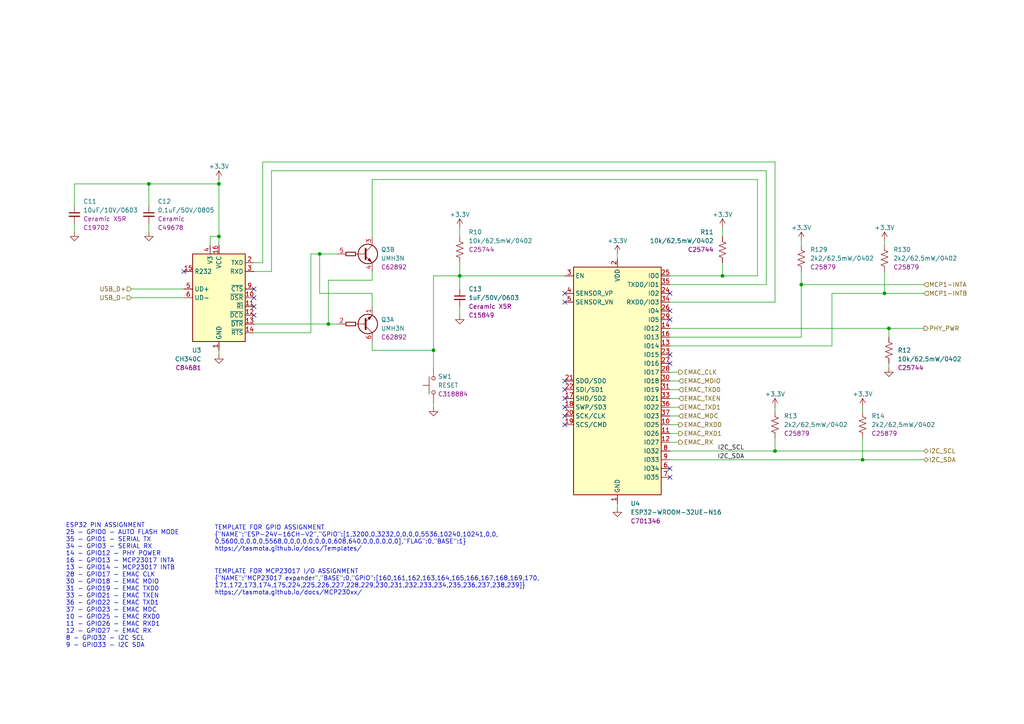
<source format=kicad_sch>
(kicad_sch (version 20231120) (generator "eeschema") (generator_version "8.0")
  (paper "A4")
  (title_block (title "ESP 16x 24VDC Input 16x 24VDC Output Module") (date "2023-05-05") (rev "V2"))
  (lib_symbols
    (symbol "Device:C_Small" (pin_numbers hide) (pin_names (offset 0.254) hide)
      (property "Reference" "C" (at 0.254 1.778 0))
      (property "Value" "C_Small" (at 0.254 -2.032 0))
      (symbol "C_Small_0_1"
        (polyline (pts (xy -1.524 -0.508) (xy 1.524 -0.508)) (stroke (width 0.3302)))
        (polyline (pts (xy -1.524 0.508) (xy 1.524 0.508)) (stroke (width 0.3048)))
      )
      (symbol "C_Small_1_1"
        (pin passive line (at 0 2.54 270) (length 2.032) (name "~") (number "1"))
        (pin passive line (at 0 -2.54 90) (length 2.032) (name "~") (number "2"))
      )
    )
    (symbol "Device:R_US" (pin_numbers hide) (pin_names (offset 0))
      (property "Reference" "R" (at 2.54 0 90))
      (property "Value" "R_US" (at -2.54 0 90))
      (symbol "R_US_0_1"
        (polyline (pts (xy 0 -2.286) (xy 0 -2.54)))
        (polyline (pts (xy 0 2.286) (xy 0 2.54)))
        (polyline (pts (xy 0 -0.762) (xy 1.016 -1.143) (xy 0 -1.524) (xy -1.016 -1.905) (xy 0 -2.286)))
        (polyline (pts (xy 0 0.762) (xy 1.016 0.381) (xy 0 0) (xy -1.016 -0.381) (xy 0 -0.762)))
        (polyline (pts (xy 0 2.286) (xy 1.016 1.905) (xy 0 1.524) (xy -1.016 1.143) (xy 0 0.762)))
      )
      (symbol "R_US_1_1"
        (pin passive line (at 0 3.81 270) (length 1.27) (name "~") (number "1"))
        (pin passive line (at 0 -3.81 90) (length 1.27) (name "~") (number "2"))
      )
    )
    (symbol "Interface_USB:CH340C"
      (property "Reference" "U" (at -5.08 13.97 0))
      (property "Value" "CH340C" (at 1.27 13.97 0))
      (symbol "CH340C_0_1"
        (rectangle (start -7.62 12.7) (end 7.62 -12.7) (stroke (width 0.254)) (fill (type background)))
      )
      (symbol "CH340C_1_1"
        (pin power_in line (at 0 -15.24 90) (length 2.54) (name "GND") (number "1"))
        (pin input line (at 10.16 0 180) (length 2.54) (name "~{DSR}") (number "10"))
        (pin input line (at 10.16 -2.54 180) (length 2.54) (name "~{RI}") (number "11"))
        (pin input line (at 10.16 -5.08 180) (length 2.54) (name "~{DCD}") (number "12"))
        (pin output line (at 10.16 -7.62 180) (length 2.54) (name "~{DTR}") (number "13"))
        (pin output line (at 10.16 -10.16 180) (length 2.54) (name "~{RTS}") (number "14"))
        (pin input line (at -10.16 7.62 0) (length 2.54) (name "R232") (number "15"))
        (pin power_in line (at 0 15.24 270) (length 2.54) (name "VCC") (number "16"))
        (pin output line (at 10.16 10.16 180) (length 2.54) (name "TXD") (number "2"))
        (pin input line (at 10.16 7.62 180) (length 2.54) (name "RXD") (number "3"))
        (pin passive line (at -2.54 15.24 270) (length 2.54) (name "V3") (number "4"))
        (pin bidirectional line (at -10.16 2.54 0) (length 2.54) (name "UD+") (number "5"))
        (pin bidirectional line (at -10.16 0 0) (length 2.54) (name "UD-") (number "6"))
        (pin no_connect line (at -7.62 -7.62 0) (length 2.54) hide (name "NC") (number "7"))
        (pin no_connect line (at -7.62 -10.16 0) (length 2.54) hide (name "NC") (number "8"))
        (pin input line (at 10.16 2.54 180) (length 2.54) (name "~{CTS}") (number "9"))
      )
    )
    (symbol "RF_Module:ESP32-WROOM-32U"
      (property "Reference" "U" (at -12.7 34.29 0))
      (property "Value" "ESP32-WROOM-32U" (at 1.27 34.29 0))
      (symbol "ESP32-WROOM-32U_0_1"
        (rectangle (start -12.7 33.02) (end 12.7 -33.02) (stroke (width 0.254)) (fill (type background)))
      )
      (symbol "ESP32-WROOM-32U_1_1"
        (pin power_in line (at 0 -35.56 90) (length 2.54) (name "GND") (number "1"))
        (pin bidirectional line (at 15.24 -12.7 180) (length 2.54) (name "IO25") (number "10"))
        (pin bidirectional line (at 15.24 -15.24 180) (length 2.54) (name "IO26") (number "11"))
        (pin bidirectional line (at 15.24 -17.78 180) (length 2.54) (name "IO27") (number "12"))
        (pin bidirectional line (at 15.24 10.16 180) (length 2.54) (name "IO14") (number "13"))
        (pin bidirectional line (at 15.24 15.24 180) (length 2.54) (name "IO12") (number "14"))
        (pin passive line (at 0 -35.56 90) (length 2.54) hide (name "GND") (number "15"))
        (pin bidirectional line (at 15.24 12.7 180) (length 2.54) (name "IO13") (number "16"))
        (pin bidirectional line (at -15.24 -5.08 0) (length 2.54) (name "SHD/SD2") (number "17"))
        (pin bidirectional line (at -15.24 -7.62 0) (length 2.54) (name "SWP/SD3") (number "18"))
        (pin bidirectional line (at -15.24 -12.7 0) (length 2.54) (name "SCS/CMD") (number "19"))
        (pin power_in line (at 0 35.56 270) (length 2.54) (name "VDD") (number "2"))
        (pin bidirectional line (at -15.24 -10.16 0) (length 2.54) (name "SCK/CLK") (number "20"))
        (pin bidirectional line (at -15.24 0 0) (length 2.54) (name "SDO/SD0") (number "21"))
        (pin bidirectional line (at -15.24 -2.54 0) (length 2.54) (name "SDI/SD1") (number "22"))
        (pin bidirectional line (at 15.24 7.62 180) (length 2.54) (name "IO15") (number "23"))
        (pin bidirectional line (at 15.24 25.4 180) (length 2.54) (name "IO2") (number "24"))
        (pin bidirectional line (at 15.24 30.48 180) (length 2.54) (name "IO0") (number "25"))
        (pin bidirectional line (at 15.24 20.32 180) (length 2.54) (name "IO4") (number "26"))
        (pin bidirectional line (at 15.24 5.08 180) (length 2.54) (name "IO16") (number "27"))
        (pin bidirectional line (at 15.24 2.54 180) (length 2.54) (name "IO17") (number "28"))
        (pin bidirectional line (at 15.24 17.78 180) (length 2.54) (name "IO5") (number "29"))
        (pin input line (at -15.24 30.48 0) (length 2.54) (name "EN") (number "3"))
        (pin bidirectional line (at 15.24 0 180) (length 2.54) (name "IO18") (number "30"))
        (pin bidirectional line (at 15.24 -2.54 180) (length 2.54) (name "IO19") (number "31"))
        (pin no_connect line (at -12.7 -27.94 0) (length 2.54) hide (name "NC") (number "32"))
        (pin bidirectional line (at 15.24 -5.08 180) (length 2.54) (name "IO21") (number "33"))
        (pin bidirectional line (at 15.24 22.86 180) (length 2.54) (name "RXD0/IO3") (number "34"))
        (pin bidirectional line (at 15.24 27.94 180) (length 2.54) (name "TXD0/IO1") (number "35"))
        (pin bidirectional line (at 15.24 -7.62 180) (length 2.54) (name "IO22") (number "36"))
        (pin bidirectional line (at 15.24 -10.16 180) (length 2.54) (name "IO23") (number "37"))
        (pin passive line (at 0 -35.56 90) (length 2.54) hide (name "GND") (number "38"))
        (pin passive line (at 0 -35.56 90) (length 2.54) hide (name "GND") (number "39"))
        (pin input line (at -15.24 25.4 0) (length 2.54) (name "SENSOR_VP") (number "4"))
        (pin input line (at -15.24 22.86 0) (length 2.54) (name "SENSOR_VN") (number "5"))
        (pin input line (at 15.24 -25.4 180) (length 2.54) (name "IO34") (number "6"))
        (pin input line (at 15.24 -27.94 180) (length 2.54) (name "IO35") (number "7"))
        (pin bidirectional line (at 15.24 -20.32 180) (length 2.54) (name "IO32") (number "8"))
        (pin bidirectional line (at 15.24 -22.86 180) (length 2.54) (name "IO33") (number "9"))
      )
    )
    (symbol "Switch:SW_Push" (pin_numbers hide) (pin_names (offset 1.016) hide)
      (property "Reference" "SW" (at 1.27 2.54 0))
      (property "Value" "SW_Push" (at 0 -1.524 0))
      (symbol "SW_Push_0_1"
        (circle (center -2.032 0) (radius 0.508))
        (polyline (pts (xy 0 1.27) (xy 0 3.048)))
        (polyline (pts (xy 2.54 1.27) (xy -2.54 1.27)))
        (circle (center 2.032 0) (radius 0.508))
        (pin passive line (at -5.08 0 0) (length 2.54) (name "1") (number "1"))
        (pin passive line (at 5.08 0 180) (length 2.54) (name "2") (number "2"))
      )
    )
    (symbol "Tales:+3.3V" (power) (pin_names (offset 0))
      (property "Value" "+3.3V" (at 0 3.556 0))
      (symbol "+3.3V_0_1"
        (polyline (pts (xy -0.762 1.27) (xy 0 2.54)))
        (polyline (pts (xy 0 0) (xy 0 2.54)))
        (polyline (pts (xy 0 2.54) (xy 0.762 1.27)))
      )
      (symbol "+3.3V_1_1"
        (pin power_in line (at 0 0 90) (length 0) hide (name "+3.3V") (number "1"))
      )
    )
    (symbol "Transistor_BJT:UMH3N" (pin_names hide)
      (property "Reference" "Q" (at 7.62 1.27 0))
      (property "Value" "UMH3N" (at 7.62 -1.27 0))
      (symbol "UMH3N_0_1"
        (polyline (pts (xy 3.175 0) (xy 0.254 0)))
        (polyline (pts (xy 3.175 0.635) (xy 5.08 2.54)))
        (polyline (pts (xy 3.175 1.524) (xy 3.175 -1.524)) (stroke (width 0.508)))
        (polyline (pts (xy 3.175 -0.635) (xy 5.08 -2.54) (xy 5.08 -2.54)))
        (polyline (pts (xy 3.81 -1.778) (xy 4.318 -1.27) (xy 4.826 -2.286) (xy 3.81 -1.778) (xy 3.81 -1.778)) (fill (type outline)))
        (rectangle (start 0.254 0.508) (end -2.54 -0.508) (stroke (width 0.254)))
        (circle (center 3.81 0) (radius 2.8194) (stroke (width 0.254)))
      )
      (symbol "UMH3N_1_1"
        (pin passive line (at 5.08 -5.08 90) (length 2.54) (name "E1") (number "1"))
        (pin input line (at -5.08 0 0) (length 2.54) (name "B1") (number "2"))
        (pin passive line (at 5.08 5.08 270) (length 2.54) (name "C1") (number "6"))
      )
      (symbol "UMH3N_2_1"
        (pin passive line (at 5.08 5.08 270) (length 2.54) (name "C2") (number "3"))
        (pin passive line (at 5.08 -5.08 90) (length 2.54) (name "E2") (number "4"))
        (pin input line (at -5.08 0 0) (length 2.54) (name "B2") (number "5"))
      )
    )
    (symbol "power:+3.3V" (power) (pin_names (offset 0))
      (property "Value" "+3.3V" (at 0 3.556 0))
      (symbol "+3.3V_0_1"
        (polyline (pts (xy -0.762 1.27) (xy 0 2.54)))
        (polyline (pts (xy 0 0) (xy 0 2.54)))
        (polyline (pts (xy 0 2.54) (xy 0.762 1.27)))
      )
      (symbol "+3.3V_1_1"
        (pin power_in line (at 0 0 90) (length 0) hide (name "+3.3V") (number "1"))
      )
    )
    (symbol "power:GND" (power) (pin_names (offset 0))
      (property "Value" "GND" (at 0 -3.81 0))
      (symbol "GND_0_1"
        (polyline (pts (xy 0 0) (xy 0 -1.27) (xy 1.27 -1.27) (xy 0 -2.54) (xy -1.27 -1.27) (xy 0 -1.27)))
      )
      (symbol "GND_1_1"
        (pin power_in line (at 0 0 270) (length 0) hide (name "GND") (number "1"))
      )
    )
  )
  (junction (at 63.5 53.34))
  (junction (at 125.73 101.6))
  (junction (at 133.35 80.01))
  (junction (at 43.18 53.34))
  (junction (at 250.19 133.35))
  (junction (at 256.54 85.09))
  (junction (at 209.55 80.01))
  (junction (at 224.79 130.81))
  (junction (at 92.71 73.66))
  (junction (at 63.5 68.58))
  (junction (at 232.41 82.55))
  (junction (at 257.81 95.25))
  (junction (at 95.25 93.98))
  (no_connect (at 163.83 87.63))
  (no_connect (at 163.83 123.19))
  (no_connect (at 194.31 85.09))
  (no_connect (at 73.66 86.36))
  (no_connect (at 194.31 92.71))
  (no_connect (at 163.83 110.49))
  (no_connect (at 73.66 91.44))
  (no_connect (at 163.83 85.09))
  (no_connect (at 53.34 78.74))
  (no_connect (at 163.83 115.57))
  (no_connect (at 163.83 118.11))
  (no_connect (at 73.66 88.9))
  (no_connect (at 194.31 135.89))
  (no_connect (at 73.66 83.82))
  (no_connect (at 194.31 105.41))
  (no_connect (at 163.83 120.65))
  (no_connect (at 194.31 90.17))
  (no_connect (at 194.31 138.43))
  (no_connect (at 194.31 102.87))
  (no_connect (at 163.83 113.03))
  (wire (pts (xy 133.35 88.9) (xy 133.35 91.44)))
  (wire (pts (xy 133.35 76.2) (xy 133.35 80.01)))
  (wire (pts (xy 194.31 118.11) (xy 196.85 118.11)))
  (wire (pts (xy 21.59 64.77) (xy 21.59 67.31)))
  (wire (pts (xy 63.5 101.6) (xy 63.5 102.87)))
  (wire (pts (xy 90.17 96.52) (xy 90.17 73.66)))
  (wire (pts (xy 194.31 123.19) (xy 196.85 123.19)))
  (wire (pts (xy 38.1 86.36) (xy 53.34 86.36)))
  (wire (pts (xy 256.54 85.09) (xy 267.97 85.09)))
  (wire (pts (xy 232.41 69.85) (xy 232.41 71.12)))
  (wire (pts (xy 107.95 52.07) (xy 219.71 52.07)))
  (wire (pts (xy 256.54 69.85) (xy 256.54 71.12)))
  (wire (pts (xy 194.31 80.01) (xy 209.55 80.01)))
  (wire (pts (xy 125.73 101.6) (xy 125.73 80.01)))
  (wire (pts (xy 133.35 66.04) (xy 133.35 68.58)))
  (wire (pts (xy 194.31 128.27) (xy 196.85 128.27)))
  (wire (pts (xy 256.54 78.74) (xy 256.54 85.09)))
  (wire (pts (xy 194.31 120.65) (xy 196.85 120.65)))
  (wire (pts (xy 194.31 110.49) (xy 196.85 110.49)))
  (wire (pts (xy 232.41 82.55) (xy 267.97 82.55)))
  (wire (pts (xy 224.79 118.11) (xy 224.79 119.38)))
  (wire (pts (xy 194.31 115.57) (xy 196.85 115.57)))
  (wire (pts (xy 38.1 83.82) (xy 53.34 83.82)))
  (wire (pts (xy 63.5 53.34) (xy 63.5 68.58)))
  (wire (pts (xy 194.31 95.25) (xy 257.81 95.25)))
  (wire (pts (xy 63.5 68.58) (xy 63.5 71.12)))
  (wire (pts (xy 179.07 73.66) (xy 179.07 74.93)))
  (wire (pts (xy 241.3 85.09) (xy 256.54 85.09)))
  (wire (pts (xy 73.66 78.74) (xy 78.74 78.74)))
  (wire (pts (xy 257.81 95.25) (xy 267.97 95.25)))
  (wire (pts (xy 92.71 73.66) (xy 97.79 73.66)))
  (wire (pts (xy 78.74 49.53) (xy 78.74 78.74)))
  (wire (pts (xy 222.25 49.53) (xy 222.25 82.55)))
  (wire (pts (xy 43.18 53.34) (xy 63.5 53.34)))
  (wire (pts (xy 107.95 68.58) (xy 107.95 52.07)))
  (wire (pts (xy 179.07 146.05) (xy 179.07 147.32)))
  (wire (pts (xy 73.66 76.2) (xy 76.2 76.2)))
  (wire (pts (xy 194.31 107.95) (xy 196.85 107.95)))
  (wire (pts (xy 194.31 97.79) (xy 232.41 97.79)))
  (wire (pts (xy 232.41 78.74) (xy 232.41 82.55)))
  (wire (pts (xy 76.2 46.99) (xy 224.79 46.99)))
  (wire (pts (xy 92.71 73.66) (xy 92.71 85.09)))
  (wire (pts (xy 43.18 64.77) (xy 43.18 67.31)))
  (wire (pts (xy 209.55 76.2) (xy 209.55 80.01)))
  (wire (pts (xy 133.35 80.01) (xy 163.83 80.01)))
  (wire (pts (xy 241.3 100.33) (xy 241.3 85.09)))
  (wire (pts (xy 90.17 73.66) (xy 92.71 73.66)))
  (wire (pts (xy 232.41 97.79) (xy 232.41 82.55)))
  (wire (pts (xy 21.59 59.69) (xy 21.59 53.34)))
  (wire (pts (xy 73.66 93.98) (xy 95.25 93.98)))
  (wire (pts (xy 43.18 53.34) (xy 43.18 59.69)))
  (wire (pts (xy 222.25 82.55) (xy 194.31 82.55)))
  (wire (pts (xy 95.25 81.28) (xy 95.25 93.98)))
  (wire (pts (xy 107.95 81.28) (xy 95.25 81.28)))
  (wire (pts (xy 257.81 105.41) (xy 257.81 106.68)))
  (wire (pts (xy 63.5 52.07) (xy 63.5 53.34)))
  (wire (pts (xy 257.81 95.25) (xy 257.81 97.79)))
  (wire (pts (xy 224.79 87.63) (xy 194.31 87.63)))
  (wire (pts (xy 107.95 85.09) (xy 92.71 85.09)))
  (wire (pts (xy 194.31 100.33) (xy 241.3 100.33)))
  (wire (pts (xy 194.31 133.35) (xy 250.19 133.35)))
  (wire (pts (xy 21.59 53.34) (xy 43.18 53.34)))
  (wire (pts (xy 60.96 71.12) (xy 60.96 68.58)))
  (wire (pts (xy 194.31 130.81) (xy 224.79 130.81)))
  (wire (pts (xy 107.95 99.06) (xy 107.95 101.6)))
  (wire (pts (xy 76.2 76.2) (xy 76.2 46.99)))
  (wire (pts (xy 224.79 130.81) (xy 267.97 130.81)))
  (wire (pts (xy 250.19 118.11) (xy 250.19 119.38)))
  (wire (pts (xy 194.31 113.03) (xy 196.85 113.03)))
  (wire (pts (xy 133.35 80.01) (xy 133.35 83.82)))
  (wire (pts (xy 219.71 52.07) (xy 219.71 80.01)))
  (wire (pts (xy 224.79 46.99) (xy 224.79 87.63)))
  (wire (pts (xy 209.55 80.01) (xy 219.71 80.01)))
  (wire (pts (xy 250.19 127) (xy 250.19 133.35)))
  (wire (pts (xy 107.95 88.9) (xy 107.95 85.09)))
  (wire (pts (xy 194.31 125.73) (xy 196.85 125.73)))
  (wire (pts (xy 209.55 66.04) (xy 209.55 68.58)))
  (wire (pts (xy 107.95 101.6) (xy 125.73 101.6)))
  (wire (pts (xy 73.66 96.52) (xy 90.17 96.52)))
  (wire (pts (xy 125.73 116.84) (xy 125.73 118.11)))
  (wire (pts (xy 107.95 78.74) (xy 107.95 81.28)))
  (wire (pts (xy 125.73 80.01) (xy 133.35 80.01)))
  (wire (pts (xy 224.79 127) (xy 224.79 130.81)))
  (wire (pts (xy 78.74 49.53) (xy 222.25 49.53)))
  (wire (pts (xy 95.25 93.98) (xy 97.79 93.98)))
  (wire (pts (xy 125.73 101.6) (xy 125.73 106.68)))
  (wire (pts (xy 60.96 68.58) (xy 63.5 68.58)))
  (wire (pts (xy 250.19 133.35) (xy 267.97 133.35)))
  (text "ESP32 PIN ASSIGNMENT\n25 - GPIO0 - AUTO FLASH MODE\n35 - GPIO1 - SERIAL TX\n34 - GPIO3 - SERIAL RX\n14 - GPIO12 - PHY POWER\n16 - GPIO13 - MCP23017 INTA\n13 - GPIO14 - MCP23017 INTB\n28 - GPIO17 - EMAC CLK\n30 - GPIO18 - EMAC MDIO\n31 - GPIO19 - EMAC TXD0\n33 - GPIO21 - EMAC TXEN\n36 - GPIO22 - EMAC TXD1\n37 - GPIO23 - EMAC MDC\n10 - GPIO25 - EMAC RXD0\n11 - GPIO26 - EMAC RXD1\n12 - GPIO27 - EMAC RX\n8 - GPIO32 - I2C SCL\n9 - GPIO33 - I2C SDA" (at 19.05 187.96 0) (effects (font (size 1.27 1.27)) (justify left bottom)))
  (text "TEMPLATE FOR GPIO ASSIGNMENT\n{\"NAME\":\"ESP-24V-16CH-V2\",\"GPIO\":[1,3200,0,3232,0,0,0,0,5536,10240,10241,0,0,\n0,5600,0,0,0,0,5568,0,0,0,0,0,0,0,0,608,640,0,0,0,0,0,0],\"FLAG\":0,\"BASE\":1}\nhttps://tasmota.github.io/docs/Templates/" (at 62.23 160.02 0) (effects (font (size 1.27 1.27)) (justify left bottom)))
  (text "TEMPLATE FOR MCP23017 I/O ASSIGNMENT\n{\"NAME\":\"MCP23017 expander\",\"BASE\":0,\"GPIO\":[160,161,162,163,164,165,166,167,168,169,170,\n171,172,173,174,175,224,225,226,227,228,229,230,231,232,233,234,235,236,237,238,239]}\nhttps://tasmota.github.io/docs/MCP230xx/" (at 62.23 172.72 0) (effects (font (size 1.27 1.27)) (justify left bottom)))
  (label "I2C_SCL" (at 215.9 130.81 180))
  (label "I2C_SDA" (at 215.9 133.35 180))
  (hierarchical_label "PHY_PWR" (shape output) (at 267.97 95.25 0))
  (hierarchical_label "EMAC_MDIO" (shape input) (at 196.85 110.49 0))
  (hierarchical_label "EMAC_TXD1" (shape input) (at 196.85 118.11 0))
  (hierarchical_label "EMAC_RX" (shape output) (at 196.85 128.27 0))
  (hierarchical_label "EMAC_CLK" (shape output) (at 196.85 107.95 0))
  (hierarchical_label "EMAC_RXD1" (shape output) (at 196.85 125.73 0))
  (hierarchical_label "I2C_SDA" (shape bidirectional) (at 267.97 133.35 0))
  (hierarchical_label "EMAC_TXEN" (shape input) (at 196.85 115.57 0))
  (hierarchical_label "EMAC_RXD0" (shape output) (at 196.85 123.19 0))
  (hierarchical_label "MCP1-INTA" (shape input) (at 267.97 82.55 0))
  (hierarchical_label "EMAC_TXD0" (shape input) (at 196.85 113.03 0))
  (hierarchical_label "EMAC_MDC" (shape input) (at 196.85 120.65 0))
  (hierarchical_label "I2C_SCL" (shape bidirectional) (at 267.97 130.81 0))
  (hierarchical_label "USB_D+" (shape input) (at 38.1 83.82 180))
  (hierarchical_label "MCP1-INTB" (shape input) (at 267.97 85.09 0))
  (hierarchical_label "USB_D-" (shape input) (at 38.1 86.36 180))
  (symbol (lib_id "power:+3.3V") (at 250.19 118.11 0) (unit 1)
    (property "Reference" "#PWR035" (effects (hide yes)))
    (property "Value" "+3.3V" (at 250.19 114.3 0))
  )
  (symbol (lib_id "Device:C_Small") (at 133.35 86.36 0) (unit 1)
    (property "Reference" "C13" (at 135.89 83.8262 0) (effects (justify left)))
    (property "Value" "1uF/50V/0603" (at 135.89 86.3662 0) (effects (justify left)))
    (property "Footprint" "Tales:C_0603_1608Metric" (effects (hide yes)))
    (property "Case" "0603/1608" (effects (hide yes)))
    (property "JLCPCB BOM" "1" (effects (hide yes)))
    (property "LCSC Part #" "C15849" (at 135.89 91.44 0) (effects (justify left)))
    (property "Mfr" "Samsung" (effects (hide yes)))
    (property "Mfr PN" "CL10A105KB8NNNC" (effects (hide yes)))
    (property "Technology" "Ceramic X5R" (at 135.89 88.9 0) (effects (justify left)))
    (property "Vendor" "JLCPCB" (effects (hide yes)))
    (property "Vendor PN" "C15849" (effects (hide yes)))
  )
  (symbol (lib_id "Device:R_US") (at 209.55 72.39 0) (unit 1)
    (property "Reference" "R11" (at 207.01 67.31 0) (effects (justify right)))
    (property "Value" "10k/62,5mW/0402" (at 207.01 69.85 0) (effects (justify right)))
    (property "Footprint" "Tales:R_0402_1005Metric" (effects (hide yes)))
    (property "Case" "0402/1005" (effects (hide yes)))
    (property "Mfr" "Uniroyal" (effects (hide yes)))
    (property "Vendor" "JLCPCB" (effects (hide yes)))
    (property "Mfr PN" "0402WGF1002TCE" (effects (hide yes)))
    (property "Vendor PN" "C25744" (effects (hide yes)))
    (property "LCSC Part #" "C25744" (at 207.01 72.39 0) (effects (justify right)))
    (property "JLCPCB BOM" "1" (effects (hide yes)))
  )
  (symbol (lib_id "power:GND") (at 43.18 67.31 0) (unit 1)
    (property "Reference" "#PWR024" (effects (hide yes)))
    (property "Value" "GND" (effects (hide yes)))
  )
  (symbol (lib_id "Device:R_US") (at 256.54 74.93 0) (unit 1)
    (property "Reference" "R130" (at 259.08 72.39 0) (effects (justify left)))
    (property "Value" "2k2/62,5mW/0402" (at 259.08 74.93 0) (effects (justify left)))
    (property "Footprint" "Tales:R_0402_1005Metric" (effects (hide yes)))
    (property "Case" "0402/1005" (effects (hide yes)))
    (property "Mfr" "Uniroyal" (effects (hide yes)))
    (property "Vendor" "JLCPCB" (effects (hide yes)))
    (property "Mfr PN" "0402WGF2201TCE" (effects (hide yes)))
    (property "Vendor PN" "C25879" (effects (hide yes)))
    (property "LCSC Part #" "C25879" (at 259.08 77.47 0) (effects (justify left)))
    (property "JLCPCB BOM" "1" (effects (hide yes)))
  )
  (symbol (lib_id "Transistor_BJT:UMH3N") (at 102.87 73.66 0) (unit 2)
    (property "Reference" "Q3" (at 110.49 72.3899 0) (effects (justify left)))
    (property "Value" "UMH3N" (at 110.49 74.9299 0) (effects (justify left)))
    (property "Footprint" "Tales:SOT-363_SC-70-6" (effects (hide yes)))
    (property "JLCPCB BOM" "1" (effects (hide yes)))
    (property "LCSC Part #" "C62892" (at 110.49 77.47 0) (effects (justify left)))
    (property "Vendor" "JLCPCB" (effects (hide yes)))
    (property "Vendor PN" "C62892" (effects (hide yes)))
    (property "Case" "SOT-363" (effects (hide yes)))
    (property "Mfr" "Jiangsu" (effects (hide yes)))
    (property "Mfr PN" "UMH3N" (effects (hide yes)))
  )
  (symbol (lib_id "Device:R_US") (at 257.81 101.6 0) (unit 1)
    (property "Reference" "R12" (at 260.35 101.6 0) (effects (justify left)))
    (property "Value" "10k/62,5mW/0402" (at 260.35 104.14 0) (effects (justify left)))
    (property "Footprint" "Tales:R_0402_1005Metric" (effects (hide yes)))
    (property "Case" "0402/1005" (effects (hide yes)))
    (property "Mfr" "Uniroyal" (effects (hide yes)))
    (property "Vendor" "JLCPCB" (effects (hide yes)))
    (property "Mfr PN" "0402WGF1002TCE" (effects (hide yes)))
    (property "Vendor PN" "C25744" (effects (hide yes)))
    (property "LCSC Part #" "C25744" (at 260.35 106.68 0) (effects (justify left)))
    (property "JLCPCB BOM" "1" (effects (hide yes)))
  )
  (symbol (lib_id "Device:C_Small") (at 21.59 62.23 0) (unit 1)
    (property "Reference" "C11" (at 24.13 58.42 0) (effects (justify left)))
    (property "Value" "10uF/10V/0603" (at 24.13 60.96 0) (effects (justify left)))
    (property "Footprint" "Tales:C_0603_1608Metric" (effects (hide yes)))
    (property "Technology" "Ceramic X5R" (at 24.13 63.5 0) (effects (justify left)))
    (property "Case" "0603/1608" (effects (hide yes)))
    (property "Mfr" "Samsung" (effects (hide yes)))
    (property "Mfr PN" "CL10A106KP8NNNC" (effects (hide yes)))
    (property "Vendor" "JLCPCB" (effects (hide yes)))
    (property "Vendor PN" "C19702" (effects (hide yes)))
    (property "LCSC Part #" "C19702" (at 24.13 66.04 0) (effects (justify left)))
    (property "JLCPCB BOM" "1" (effects (hide yes)))
  )
  (symbol (lib_id "Transistor_BJT:UMH3N") (at 102.87 93.98 0) (mirror x) (unit 1)
    (property "Reference" "Q3" (at 110.49 92.7099 0) (effects (justify left)))
    (property "Value" "UMH3N" (at 110.49 95.2499 0) (effects (justify left)))
    (property "Footprint" "Tales:SOT-363_SC-70-6" (effects (hide yes)))
    (property "JLCPCB BOM" "1" (effects (hide yes)))
    (property "LCSC Part #" "C62892" (at 110.49 97.79 0) (effects (justify left)))
    (property "Vendor" "JLCPCB" (effects (hide yes)))
    (property "Vendor PN" "C62892" (effects (hide yes)))
    (property "Case" "SOT-363" (effects (hide yes)))
    (property "Mfr" "Jiangsu" (effects (hide yes)))
    (property "Mfr PN" "UMH3N" (effects (hide yes)))
  )
  (symbol (lib_id "power:GND") (at 257.81 106.68 0) (unit 1)
    (property "Reference" "#PWR033" (effects (hide yes)))
    (property "Value" "GND" (effects (hide yes)))
  )
  (symbol (lib_id "Device:R_US") (at 250.19 123.19 0) (unit 1)
    (property "Reference" "R14" (at 252.73 120.65 0) (effects (justify left)))
    (property "Value" "2k2/62,5mW/0402" (at 252.73 123.19 0) (effects (justify left)))
    (property "Footprint" "Tales:R_0402_1005Metric" (effects (hide yes)))
    (property "Case" "0402/1005" (effects (hide yes)))
    (property "Mfr" "Uniroyal" (effects (hide yes)))
    (property "Vendor" "JLCPCB" (effects (hide yes)))
    (property "Mfr PN" "0402WGF2201TCE" (effects (hide yes)))
    (property "Vendor PN" "C25879" (effects (hide yes)))
    (property "LCSC Part #" "C25879" (at 252.73 125.73 0) (effects (justify left)))
    (property "JLCPCB BOM" "1" (effects (hide yes)))
  )
  (symbol (lib_id "Switch:SW_Push") (at 125.73 111.76 90) (unit 1)
    (property "Reference" "SW1" (at 127 109.22 90) (effects (justify right)))
    (property "Value" "RESET" (at 127 111.76 90) (effects (justify right)))
    (property "Footprint" "Tales:SW_SPST_TL3342" (effects (hide yes)))
    (property "JLCPCB BOM" "1" (effects (hide yes)))
    (property "LCSC Part #" "C318884" (at 127 114.3001 90) (effects (justify right)))
    (property "Mfr" "XKB Connectivity" (effects (hide yes)))
    (property "Mfr PN" "TS-1187A-B-A-B" (effects (hide yes)))
    (property "Vendor" "JLCPCB" (effects (hide yes)))
    (property "Vendor PN" "C318884" (effects (hide yes)))
  )
  (symbol (lib_id "Device:R_US") (at 133.35 72.39 0) (unit 1)
    (property "Reference" "R10" (at 135.89 67.31 0) (effects (justify left)))
    (property "Value" "10k/62,5mW/0402" (at 135.89 69.85 0) (effects (justify left)))
    (property "Footprint" "Tales:R_0402_1005Metric" (effects (hide yes)))
    (property "Case" "0402/1005" (effects (hide yes)))
    (property "Mfr" "Uniroyal" (effects (hide yes)))
    (property "Vendor" "JLCPCB" (effects (hide yes)))
    (property "Mfr PN" "0402WGF1002TCE" (effects (hide yes)))
    (property "Vendor PN" "C25744" (effects (hide yes)))
    (property "LCSC Part #" "C25744" (at 135.89 72.39 0) (effects (justify left)))
    (property "JLCPCB BOM" "1" (effects (hide yes)))
  )
  (symbol (lib_id "power:GND") (at 21.59 67.31 0) (unit 1)
    (property "Reference" "#PWR023" (effects (hide yes)))
    (property "Value" "GND" (effects (hide yes)))
  )
  (symbol (lib_id "power:+3.3V") (at 63.5 52.07 0) (unit 1)
    (property "Reference" "#PWR025" (effects (hide yes)))
    (property "Value" "+3.3V" (at 63.5 48.26 0))
  )
  (symbol (lib_id "power:+3.3V") (at 133.35 66.04 0) (unit 1)
    (property "Reference" "#PWR028" (effects (hide yes)))
    (property "Value" "+3.3V" (at 133.35 62.23 0))
  )
  (symbol (lib_id "Interface_USB:CH340C") (at 63.5 86.36 0) (unit 1)
    (property "Reference" "U3" (at 58.42 101.6 0) (effects (justify right)))
    (property "Value" "CH340C" (at 58.42 104.14 0) (effects (justify right)))
    (property "Footprint" "Tales:SOIC-16_3.9x9.9mm_P1.27mm" (effects (hide yes)))
    (property "Datasheet" "https://datasheet.lcsc.com/szlcsc/Jiangsu-Qin-Heng-CH340C_C84681.pdf" (effects (hide yes)))
    (property "Case" "SOIC-16" (effects (hide yes)))
    (property "JLCPCB BOM" "1" (effects (hide yes)))
    (property "LCSC Part #" "C84681" (at 58.42 106.68 0) (effects (justify right)))
    (property "Mfr" "WCH" (effects (hide yes)))
    (property "Mfr PN" "CH340C" (effects (hide yes)))
    (property "Vendor" "JLCPCB" (effects (hide yes)))
    (property "Vendor PN" "C84681" (effects (hide yes)))
  )
  (symbol (lib_id "power:GND") (at 63.5 102.87 0) (unit 1)
    (property "Reference" "#PWR026" (effects (hide yes)))
    (property "Value" "GND" (effects (hide yes)))
  )
  (symbol (lib_id "Device:R_US") (at 224.79 123.19 0) (unit 1)
    (property "Reference" "R13" (at 227.33 120.65 0) (effects (justify left)))
    (property "Value" "2k2/62,5mW/0402" (at 227.33 123.19 0) (effects (justify left)))
    (property "Footprint" "Tales:R_0402_1005Metric" (effects (hide yes)))
    (property "Case" "0402/1005" (effects (hide yes)))
    (property "Mfr" "Uniroyal" (effects (hide yes)))
    (property "Vendor" "JLCPCB" (effects (hide yes)))
    (property "Mfr PN" "0402WGF2201TCE" (effects (hide yes)))
    (property "Vendor PN" "C25879" (effects (hide yes)))
    (property "LCSC Part #" "C25879" (at 227.33 125.73 0) (effects (justify left)))
    (property "JLCPCB BOM" "1" (effects (hide yes)))
  )
  (symbol (lib_id "RF_Module:ESP32-WROOM-32U") (at 179.07 110.49 0) (unit 1)
    (property "Reference" "U4" (at 182.88 146.05 0) (effects (justify left)))
    (property "Value" "ESP32-WROOM-32UE-N16" (at 182.88 148.59 0) (effects (justify left)))
    (property "Footprint" "Tales:ESP32-WROOM-32U" (effects (hide yes)))
    (property "JLCPCB BOM" "1" (effects (hide yes)))
    (property "LCSC Part #" "C701346" (at 182.88 151.13 0) (effects (justify left)))
    (property "Mfr" "Expressif" (effects (hide yes)))
    (property "Mfr PN" "ESP32-WROOM-32UE-N16" (effects (hide yes)))
    (property "Vendor" "JLCPCB" (effects (hide yes)))
    (property "Vendor PN" "C701346" (effects (hide yes)))
    (property "Case" "ESP32-WROOM-U" (effects (hide yes)))
  )
  (symbol (lib_id "Device:R_US") (at 232.41 74.93 0) (unit 1)
    (property "Reference" "R129" (at 234.95 72.39 0) (effects (justify left)))
    (property "Value" "2k2/62,5mW/0402" (at 234.95 74.93 0) (effects (justify left)))
    (property "Footprint" "Tales:R_0402_1005Metric" (effects (hide yes)))
    (property "Case" "0402/1005" (effects (hide yes)))
    (property "Mfr" "Uniroyal" (effects (hide yes)))
    (property "Vendor" "JLCPCB" (effects (hide yes)))
    (property "Mfr PN" "0402WGF2201TCE" (effects (hide yes)))
    (property "Vendor PN" "C25879" (effects (hide yes)))
    (property "LCSC Part #" "C25879" (at 234.95 77.47 0) (effects (justify left)))
    (property "JLCPCB BOM" "1" (effects (hide yes)))
  )
  (symbol (lib_id "Device:C_Small") (at 43.18 62.23 0) (unit 1)
    (property "Reference" "C12" (at 45.72 58.42 0) (effects (justify left)))
    (property "Value" "0,1uF/50V/0805" (at 45.72 60.96 0) (effects (justify left)))
    (property "Footprint" "Tales:C_0805_2012Metric" (effects (hide yes)))
    (property "Technology" "Ceramic" (at 45.72 63.5 0) (effects (justify left)))
    (property "Case" "0805/2012" (effects (hide yes)))
    (property "Mfr" "Yageo" (effects (hide yes)))
    (property "Mfr PN" "CC0805KRX7R9BB104" (effects (hide yes)))
    (property "Vendor" "JLCPCB" (effects (hide yes)))
    (property "Vendor PN" "C49678" (effects (hide yes)))
    (property "LCSC Part #" "C49678" (at 45.72 66.04 0) (effects (justify left)))
    (property "JLCPCB BOM" "1" (effects (hide yes)))
  )
  (symbol (lib_id "Tales:+3.3V") (at 179.07 73.66 0) (unit 1)
    (property "Reference" "#PWR030" (effects (hide yes)))
    (property "Value" "+3.3V" (at 179.07 69.85 0))
  )
  (symbol (lib_id "power:GND") (at 125.73 118.11 0) (unit 1)
    (property "Reference" "#PWR027" (effects (hide yes)))
    (property "Value" "GND" (effects (hide yes)))
  )
  (symbol (lib_id "power:+3.3V") (at 232.41 69.85 0) (unit 1)
    (property "Reference" "#PWR0185" (effects (hide yes)))
    (property "Value" "+3.3V" (at 232.41 66.04 0))
  )
  (symbol (lib_id "power:GND") (at 133.35 91.44 0) (unit 1)
    (property "Reference" "#PWR029" (effects (hide yes)))
    (property "Value" "GND" (effects (hide yes)))
  )
  (symbol (lib_id "power:GND") (at 179.07 147.32 0) (unit 1)
    (property "Reference" "#PWR031" (effects (hide yes)))
    (property "Value" "GND" (effects (hide yes)))
  )
  (symbol (lib_id "power:+3.3V") (at 209.55 66.04 0) (unit 1)
    (property "Reference" "#PWR032" (effects (hide yes)))
    (property "Value" "+3.3V" (at 209.55 62.23 0))
  )
  (symbol (lib_id "power:+3.3V") (at 256.54 69.85 0) (unit 1)
    (property "Reference" "#PWR0186" (effects (hide yes)))
    (property "Value" "+3.3V" (at 256.54 66.04 0))
  )
  (symbol (lib_id "power:+3.3V") (at 224.79 118.11 0) (unit 1)
    (property "Reference" "#PWR034" (effects (hide yes)))
    (property "Value" "+3.3V" (at 224.79 114.3 0))
  )
)
</source>
